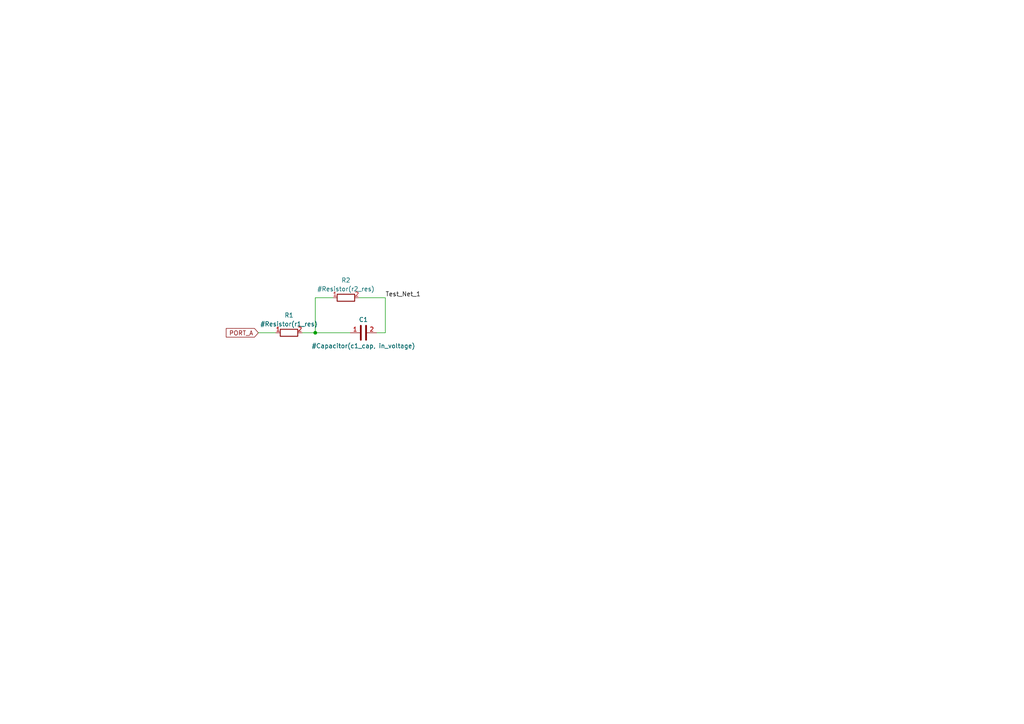
<source format=kicad_sch>
(kicad_sch (version 20211123) (generator eeschema)
  (paper "A4")
  (title_block (title "Simple Circuit") (date "2022-08-02") (rev "v01"))
  (lib_symbols
    (symbol "Device:C" (pin_names (offset 0.254))
      (property "Reference" "C" (at 0.635 2.54 0))
      (property "Value" "C" (at 0.635 -2.54 0))
      (symbol "C_0_1"
        (polyline (pts (xy -2.032 -0.762) (xy 2.032 -0.762)) (stroke (width 0.508)))
        (polyline (pts (xy -2.032 0.762) (xy 2.032 0.762)) (stroke (width 0.508)))
      )
      (symbol "C_1_1"
        (pin passive line (at 0 3.81 270) (length 2.794) (name "~") (number "1"))
        (pin passive line (at 0 -3.81 90) (length 2.794) (name "~") (number "2"))
      )
    )
    (symbol "Device:R" (pin_names (offset 0))
      (property "Reference" "R" (at 2.032 0 90))
      (property "Value" "R" (at 0 0 90))
      (symbol "R_0_1"
        (rectangle (start -1.016 -2.54) (end 1.016 2.54) (stroke (width 0.254)))
      )
      (symbol "R_1_1"
        (pin passive line (at 0 3.81 270) (length 1.27) (name "~") (number "1"))
        (pin passive line (at 0 -3.81 90) (length 1.27) (name "~") (number "2"))
      )
    )
    (symbol "R_1" (pin_names (offset 0))
      (property "Reference" "R" (at 2.032 0 90))
      (property "Value" "R_1" (at 0 0 90))
      (symbol "R_1_0_1"
        (rectangle (start -1.016 -2.54) (end 1.016 2.54) (stroke (width 0.254)))
      )
      (symbol "R_1_1_1"
        (pin passive line (at 0 3.81 270) (length 1.27) (name "~") (number "1"))
        (pin passive line (at 0 -3.81 90) (length 1.27) (name "~") (number "2"))
      )
    )
  )
  (junction (at 91.44 96.52))
  (wire (pts (xy 91.44 86.36) (xy 91.44 96.52)))
  (wire (pts (xy 111.76 86.36) (xy 111.76 96.52)))
  (wire (pts (xy 104.14 86.36) (xy 111.76 86.36)))
  (wire (pts (xy 74.93 96.52) (xy 80.01 96.52)))
  (wire (pts (xy 91.44 86.36) (xy 96.52 86.36)))
  (wire (pts (xy 87.63 96.52) (xy 91.44 96.52)))
  (wire (pts (xy 109.22 96.52) (xy 111.76 96.52)))
  (wire (pts (xy 91.44 96.52) (xy 101.6 96.52)))
  (label "Test_Net_1" (at 111.76 86.36 0))
  (global_label "PORT_A" (shape input) (at 74.93 96.52 180) (property "Intersheet References" "${INTERSHEET_REFS}" (effects hide)))
  (symbol (lib_name "R_1") (lib_id "Device:R") (at 100.33 86.36 90) (unit 1)
    (property "Reference" "R2" (at 100.33 81.28 90))
    (property "Value" "#Resistor(r2_res)" (at 100.33 83.82 90))
  )
  (symbol (lib_id "Device:R") (at 83.82 96.52 90) (unit 1)
    (property "Reference" "R1" (at 83.82 91.44 90))
    (property "Value" "#Resistor(r1_res)" (at 83.82 93.98 90))
  )
  (symbol (lib_id "Device:C") (at 105.41 96.52 90) (unit 1)
    (property "Reference" "C1" (at 105.41 92.71 90))
    (property "Value" "#Capacitor(c1_cap, in_voltage)" (at 105.41 100.33 90))
  )
)
</source>
